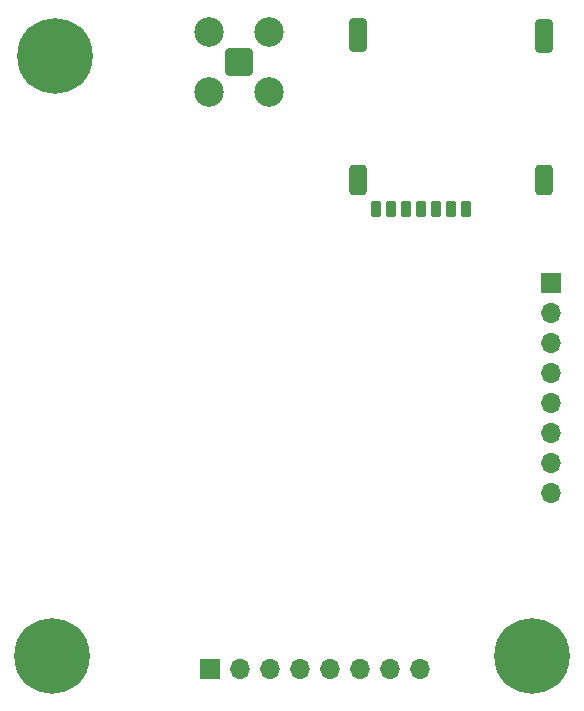
<source format=gbr>
%TF.GenerationSoftware,KiCad,Pcbnew,7.0.5*%
%TF.CreationDate,2023-07-01T23:53:25+07:00*%
%TF.ProjectId,PoeSci EFarm Rev 3,506f6553-6369-4204-9546-61726d205265,rev?*%
%TF.SameCoordinates,Original*%
%TF.FileFunction,Soldermask,Bot*%
%TF.FilePolarity,Negative*%
%FSLAX46Y46*%
G04 Gerber Fmt 4.6, Leading zero omitted, Abs format (unit mm)*
G04 Created by KiCad (PCBNEW 7.0.5) date 2023-07-01 23:53:25*
%MOMM*%
%LPD*%
G01*
G04 APERTURE LIST*
G04 Aperture macros list*
%AMRoundRect*
0 Rectangle with rounded corners*
0 $1 Rounding radius*
0 $2 $3 $4 $5 $6 $7 $8 $9 X,Y pos of 4 corners*
0 Add a 4 corners polygon primitive as box body*
4,1,4,$2,$3,$4,$5,$6,$7,$8,$9,$2,$3,0*
0 Add four circle primitives for the rounded corners*
1,1,$1+$1,$2,$3*
1,1,$1+$1,$4,$5*
1,1,$1+$1,$6,$7*
1,1,$1+$1,$8,$9*
0 Add four rect primitives between the rounded corners*
20,1,$1+$1,$2,$3,$4,$5,0*
20,1,$1+$1,$4,$5,$6,$7,0*
20,1,$1+$1,$6,$7,$8,$9,0*
20,1,$1+$1,$8,$9,$2,$3,0*%
G04 Aperture macros list end*
%ADD10C,0.800000*%
%ADD11C,6.400000*%
%ADD12R,1.700000X1.700000*%
%ADD13O,1.700000X1.700000*%
%ADD14RoundRect,0.200100X-0.949900X-0.949900X0.949900X-0.949900X0.949900X0.949900X-0.949900X0.949900X0*%
%ADD15C,2.500000*%
%ADD16RoundRect,0.225000X-0.225000X-0.450000X0.225000X-0.450000X0.225000X0.450000X-0.225000X0.450000X0*%
%ADD17RoundRect,0.387500X-0.387500X-1.062500X0.387500X-1.062500X0.387500X1.062500X-0.387500X1.062500X0*%
%ADD18RoundRect,0.387500X-0.387500X-0.912500X0.387500X-0.912500X0.387500X0.912500X-0.387500X0.912500X0*%
G04 APERTURE END LIST*
D10*
%TO.C,REF\u002A\u002A*%
X133350000Y-98488800D03*
X135047056Y-102585856D03*
X135047056Y-99191744D03*
X135750000Y-100888800D03*
D11*
X133350000Y-100888800D03*
D10*
X133350000Y-103288800D03*
X131652944Y-99191744D03*
X131652944Y-102585856D03*
X130950000Y-100888800D03*
%TD*%
%TO.C,REF\u002A\u002A*%
X92659200Y-98514200D03*
X94356256Y-102611256D03*
X94356256Y-99217144D03*
X95059200Y-100914200D03*
D11*
X92659200Y-100914200D03*
D10*
X92659200Y-103314200D03*
X90962144Y-99217144D03*
X90962144Y-102611256D03*
X90259200Y-100914200D03*
%TD*%
%TO.C,REF\u002A\u002A*%
X92938600Y-47688800D03*
X94635656Y-51785856D03*
X94635656Y-48391744D03*
X95338600Y-50088800D03*
D11*
X92938600Y-50088800D03*
D10*
X92938600Y-52488800D03*
X91241544Y-48391744D03*
X91241544Y-51785856D03*
X90538600Y-50088800D03*
%TD*%
D12*
%TO.C,J3*%
X134950200Y-69320000D03*
D13*
X134950200Y-71860000D03*
X134950200Y-74400000D03*
X134950200Y-76940000D03*
X134950200Y-79480000D03*
X134950200Y-82020000D03*
X134950200Y-84560000D03*
X134950200Y-87100000D03*
%TD*%
D14*
%TO.C,J2*%
X108483400Y-50596800D03*
D15*
X105943400Y-48056800D03*
X105943400Y-53136800D03*
X111023400Y-48056800D03*
X111023400Y-53136800D03*
%TD*%
D12*
%TO.C,J4*%
X106020000Y-101975000D03*
D13*
X108560000Y-101975000D03*
X111100000Y-101975000D03*
X113640000Y-101975000D03*
X116180000Y-101975000D03*
X118720000Y-101975000D03*
X121260000Y-101975000D03*
X123800000Y-101975000D03*
%TD*%
D16*
%TO.C,J1*%
X121356000Y-63052000D03*
X123896000Y-63052000D03*
X126436000Y-63052000D03*
X120086000Y-63052000D03*
X122626000Y-63052000D03*
X125166000Y-63052000D03*
X127756000Y-63052000D03*
D17*
X118566000Y-48337000D03*
D18*
X118566000Y-60567000D03*
D17*
X134366000Y-48387000D03*
D18*
X134366000Y-60562000D03*
%TD*%
M02*

</source>
